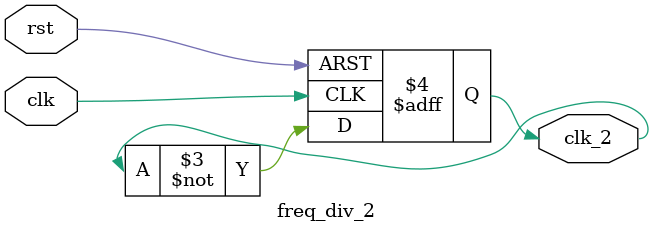
<source format=v>
module freq_div_2(input clk,rst,output reg clk_2);

 

always @(posedge clk,negedge rst) begin
    if (!rst) 
        clk_2 <= 0;
    else
        clk_2 <= ~clk_2;
end

endmodule
</source>
